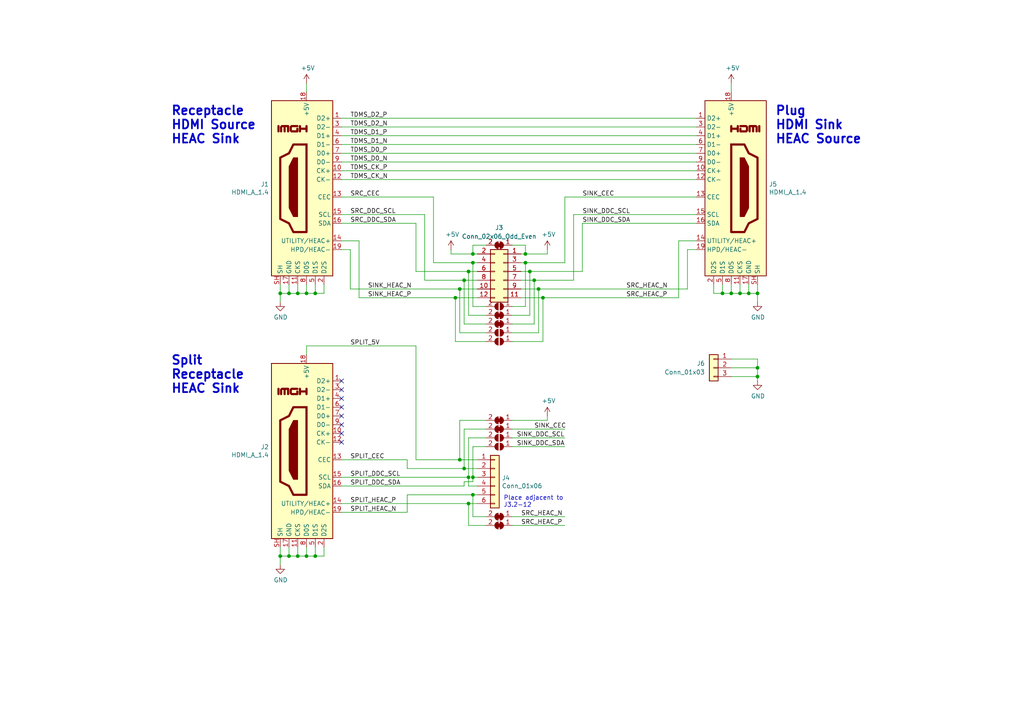
<source format=kicad_sch>
(kicad_sch (version 20211123) (generator eeschema)
  (paper "A4")
  (title_block (title "HDMI Trident") (date "2022-02-21") (rev "R1") (company "Design By: Ian Hartwig"))
  (lib_symbols
    (symbol "Connector:HDMI_A_1.4"
      (property "Reference" "J" (at -6.35 26.67 0))
      (property "Value" "HDMI_A_1.4" (at 10.16 26.67 0))
      (symbol "HDMI_A_1.4_0_0"
        (polyline (pts (xy 8.128 16.51) (xy 8.128 18.034)) (stroke (width 0.635)))
        (polyline (pts (xy 0 16.51) (xy 0 18.034) (xy 0 17.272) (xy 1.905 17.272) (xy 1.905 18.034) (xy 1.905 16.51)) (stroke (width 0.635)))
        (polyline (pts (xy 2.667 18.034) (xy 4.318 18.034) (xy 4.572 17.78) (xy 4.572 16.764) (xy 4.318 16.51) (xy 2.667 16.51) (xy 2.667 17.272)) (stroke (width 0.635)))
      )
      (symbol "HDMI_A_1.4_0_1"
        (rectangle (start -7.62 25.4) (end 10.16 -25.4) (stroke (width 0.254)) (fill (type background)))
        (polyline (pts (xy 2.54 8.89) (xy 3.81 8.89) (xy 5.08 6.35) (xy 5.08 -5.715) (xy 3.81 -8.255) (xy 2.54 -8.255) (xy 2.54 8.89)) (fill (type outline)))
        (polyline (pts (xy 5.334 16.51) (xy 5.334 18.034) (xy 6.35 18.034) (xy 6.35 16.51) (xy 6.35 18.034) (xy 7.112 18.034) (xy 7.366 17.78) (xy 7.366 16.51)) (stroke (width 0.635)))
        (polyline (pts (xy 0 12.7) (xy 0 -12.7) (xy 3.81 -12.7) (xy 5.08 -10.16) (xy 7.62 -8.89) (xy 7.62 8.89) (xy 5.08 10.16) (xy 3.81 12.7) (xy 0 12.7)) (stroke (width 0.635)))
      )
      (symbol "HDMI_A_1.4_1_1"
        (pin passive line (at -10.16 20.32 0) (length 2.54) (name "D2+") (number "1"))
        (pin passive line (at -10.16 5.08 0) (length 2.54) (name "CK+") (number "10"))
        (pin power_in line (at 2.54 -27.94 90) (length 2.54) (name "CKS") (number "11"))
        (pin passive line (at -10.16 2.54 0) (length 2.54) (name "CK-") (number "12"))
        (pin bidirectional line (at -10.16 -2.54 0) (length 2.54) (name "CEC") (number "13"))
        (pin passive line (at -10.16 -15.24 0) (length 2.54) (name "UTILITY/HEAC+") (number "14"))
        (pin passive line (at -10.16 -7.62 0) (length 2.54) (name "SCL") (number "15"))
        (pin bidirectional line (at -10.16 -10.16 0) (length 2.54) (name "SDA") (number "16"))
        (pin power_in line (at 5.08 -27.94 90) (length 2.54) (name "GND") (number "17"))
        (pin power_in line (at 0 27.94 270) (length 2.54) (name "+5V") (number "18"))
        (pin passive line (at -10.16 -17.78 0) (length 2.54) (name "HPD/HEAC-") (number "19"))
        (pin power_in line (at -5.08 -27.94 90) (length 2.54) (name "D2S") (number "2"))
        (pin passive line (at -10.16 17.78 0) (length 2.54) (name "D2-") (number "3"))
        (pin passive line (at -10.16 15.24 0) (length 2.54) (name "D1+") (number "4"))
        (pin power_in line (at -2.54 -27.94 90) (length 2.54) (name "D1S") (number "5"))
        (pin passive line (at -10.16 12.7 0) (length 2.54) (name "D1-") (number "6"))
        (pin passive line (at -10.16 10.16 0) (length 2.54) (name "D0+") (number "7"))
        (pin power_in line (at 0 -27.94 90) (length 2.54) (name "D0S") (number "8"))
        (pin passive line (at -10.16 7.62 0) (length 2.54) (name "D0-") (number "9"))
        (pin passive line (at 7.62 -27.94 90) (length 2.54) (name "SH") (number "SH"))
      )
    )
    (symbol "Connector_Generic:Conn_01x03" (pin_names (offset 1.016) hide)
      (property "Reference" "J" (at 0 5.08 0))
      (property "Value" "Conn_01x03" (at 0 -5.08 0))
      (symbol "Conn_01x03_1_1"
        (rectangle (start -1.27 -2.413) (end 0 -2.667) (stroke (width 0.1524)))
        (rectangle (start -1.27 0.127) (end 0 -0.127) (stroke (width 0.1524)))
        (rectangle (start -1.27 2.667) (end 0 2.413) (stroke (width 0.1524)))
        (rectangle (start -1.27 3.81) (end 1.27 -3.81) (stroke (width 0.254)) (fill (type background)))
        (pin passive line (at -5.08 2.54 0) (length 3.81) (name "Pin_1") (number "1"))
        (pin passive line (at -5.08 0 0) (length 3.81) (name "Pin_2") (number "2"))
        (pin passive line (at -5.08 -2.54 0) (length 3.81) (name "Pin_3") (number "3"))
      )
    )
    (symbol "Connector_Generic:Conn_01x06" (pin_names (offset 1.016) hide)
      (property "Reference" "J" (at 0 7.62 0))
      (property "Value" "Conn_01x06" (at 0 -10.16 0))
      (symbol "Conn_01x06_1_1"
        (rectangle (start -1.27 -7.493) (end 0 -7.747) (stroke (width 0.1524)))
        (rectangle (start -1.27 -4.953) (end 0 -5.207) (stroke (width 0.1524)))
        (rectangle (start -1.27 -2.413) (end 0 -2.667) (stroke (width 0.1524)))
        (rectangle (start -1.27 0.127) (end 0 -0.127) (stroke (width 0.1524)))
        (rectangle (start -1.27 2.667) (end 0 2.413) (stroke (width 0.1524)))
        (rectangle (start -1.27 5.207) (end 0 4.953) (stroke (width 0.1524)))
        (rectangle (start -1.27 6.35) (end 1.27 -8.89) (stroke (width 0.254)) (fill (type background)))
        (pin passive line (at -5.08 5.08 0) (length 3.81) (name "Pin_1") (number "1"))
        (pin passive line (at -5.08 2.54 0) (length 3.81) (name "Pin_2") (number "2"))
        (pin passive line (at -5.08 0 0) (length 3.81) (name "Pin_3") (number "3"))
        (pin passive line (at -5.08 -2.54 0) (length 3.81) (name "Pin_4") (number "4"))
        (pin passive line (at -5.08 -5.08 0) (length 3.81) (name "Pin_5") (number "5"))
        (pin passive line (at -5.08 -7.62 0) (length 3.81) (name "Pin_6") (number "6"))
      )
    )
    (symbol "Connector_Generic:Conn_02x06_Odd_Even" (pin_names (offset 1.016) hide)
      (property "Reference" "J" (at 1.27 7.62 0))
      (property "Value" "Conn_02x06_Odd_Even" (at 1.27 -10.16 0))
      (symbol "Conn_02x06_Odd_Even_1_1"
        (rectangle (start -1.27 -7.493) (end 0 -7.747) (stroke (width 0.1524)))
        (rectangle (start -1.27 -4.953) (end 0 -5.207) (stroke (width 0.1524)))
        (rectangle (start -1.27 -2.413) (end 0 -2.667) (stroke (width 0.1524)))
        (rectangle (start -1.27 0.127) (end 0 -0.127) (stroke (width 0.1524)))
        (rectangle (start -1.27 2.667) (end 0 2.413) (stroke (width 0.1524)))
        (rectangle (start -1.27 5.207) (end 0 4.953) (stroke (width 0.1524)))
        (rectangle (start -1.27 6.35) (end 3.81 -8.89) (stroke (width 0.254)) (fill (type background)))
        (rectangle (start 3.81 -7.493) (end 2.54 -7.747) (stroke (width 0.1524)))
        (rectangle (start 3.81 -4.953) (end 2.54 -5.207) (stroke (width 0.1524)))
        (rectangle (start 3.81 -2.413) (end 2.54 -2.667) (stroke (width 0.1524)))
        (rectangle (start 3.81 0.127) (end 2.54 -0.127) (stroke (width 0.1524)))
        (rectangle (start 3.81 2.667) (end 2.54 2.413) (stroke (width 0.1524)))
        (rectangle (start 3.81 5.207) (end 2.54 4.953) (stroke (width 0.1524)))
        (pin passive line (at -5.08 5.08 0) (length 3.81) (name "Pin_1") (number "1"))
        (pin passive line (at 7.62 -5.08 180) (length 3.81) (name "Pin_10") (number "10"))
        (pin passive line (at -5.08 -7.62 0) (length 3.81) (name "Pin_11") (number "11"))
        (pin passive line (at 7.62 -7.62 180) (length 3.81) (name "Pin_12") (number "12"))
        (pin passive line (at 7.62 5.08 180) (length 3.81) (name "Pin_2") (number "2"))
        (pin passive line (at -5.08 2.54 0) (length 3.81) (name "Pin_3") (number "3"))
        (pin passive line (at 7.62 2.54 180) (length 3.81) (name "Pin_4") (number "4"))
        (pin passive line (at -5.08 0 0) (length 3.81) (name "Pin_5") (number "5"))
        (pin passive line (at 7.62 0 180) (length 3.81) (name "Pin_6") (number "6"))
        (pin passive line (at -5.08 -2.54 0) (length 3.81) (name "Pin_7") (number "7"))
        (pin passive line (at 7.62 -2.54 180) (length 3.81) (name "Pin_8") (number "8"))
        (pin passive line (at -5.08 -5.08 0) (length 3.81) (name "Pin_9") (number "9"))
      )
    )
    (symbol "Jumper:SolderJumper_2_Bridged" (pin_names (offset 0) hide)
      (property "Reference" "JP" (at 0 2.032 0))
      (property "Value" "SolderJumper_2_Bridged" (at 0 -2.54 0))
      (symbol "SolderJumper_2_Bridged_0_1"
        (rectangle (start -0.508 0.508) (end 0.508 -0.508) (fill (type outline)))
        (arc (start -0.254 1.016) (mid -1.27 0) (end -0.254 -1.016))
        (arc (start -0.254 1.016) (mid -1.27 0) (end -0.254 -1.016) (fill (type outline)))
        (polyline (pts (xy -0.254 1.016) (xy -0.254 -1.016)))
        (polyline (pts (xy 0.254 1.016) (xy 0.254 -1.016)))
        (arc (start 0.254 -1.016) (mid 1.27 0) (end 0.254 1.016))
        (arc (start 0.254 -1.016) (mid 1.27 0) (end 0.254 1.016) (fill (type outline)))
      )
      (symbol "SolderJumper_2_Bridged_1_1"
        (pin passive line (at -3.81 0 0) (length 2.54) (name "A") (number "1"))
        (pin passive line (at 3.81 0 180) (length 2.54) (name "B") (number "2"))
      )
    )
    (symbol "Jumper:SolderJumper_2_Open" (pin_names (offset 0) hide)
      (property "Reference" "JP" (at 0 2.032 0))
      (property "Value" "SolderJumper_2_Open" (at 0 -2.54 0))
      (symbol "SolderJumper_2_Open_0_1"
        (arc (start -0.254 1.016) (mid -1.27 0) (end -0.254 -1.016))
        (arc (start -0.254 1.016) (mid -1.27 0) (end -0.254 -1.016) (fill (type outline)))
        (polyline (pts (xy -0.254 1.016) (xy -0.254 -1.016)))
        (polyline (pts (xy 0.254 1.016) (xy 0.254 -1.016)))
        (arc (start 0.254 -1.016) (mid 1.27 0) (end 0.254 1.016))
        (arc (start 0.254 -1.016) (mid 1.27 0) (end 0.254 1.016) (fill (type outline)))
      )
      (symbol "SolderJumper_2_Open_1_1"
        (pin passive line (at -3.81 0 0) (length 2.54) (name "A") (number "1"))
        (pin passive line (at 3.81 0 180) (length 2.54) (name "B") (number "2"))
      )
    )
    (symbol "power:+5V" (power) (pin_names (offset 0))
      (property "Value" "+5V" (at 0 3.556 0))
      (symbol "+5V_0_1"
        (polyline (pts (xy -0.762 1.27) (xy 0 2.54)))
        (polyline (pts (xy 0 0) (xy 0 2.54)))
        (polyline (pts (xy 0 2.54) (xy 0.762 1.27)))
      )
      (symbol "+5V_1_1"
        (pin power_in line (at 0 0 90) (length 0) hide (name "+5V") (number "1"))
      )
    )
    (symbol "power:GND" (power) (pin_names (offset 0))
      (property "Value" "GND" (at 0 -3.81 0))
      (symbol "GND_0_1"
        (polyline (pts (xy 0 0) (xy 0 -1.27) (xy 1.27 -1.27) (xy 0 -2.54) (xy -1.27 -1.27) (xy 0 -1.27)))
      )
      (symbol "GND_1_1"
        (pin power_in line (at 0 0 270) (length 0) hide (name "GND") (number "1"))
      )
    )
  )
  (junction (at 154.94 81.28))
  (junction (at 81.28 161.29))
  (junction (at 137.16 143.51))
  (junction (at 217.17 85.09))
  (junction (at 153.67 78.74))
  (junction (at 219.71 109.22))
  (junction (at 219.71 85.09))
  (junction (at 133.35 133.35))
  (junction (at 134.62 81.28))
  (junction (at 135.89 146.05))
  (junction (at 157.48 86.36))
  (junction (at 212.09 85.09))
  (junction (at 91.44 161.29))
  (junction (at 133.35 83.82))
  (junction (at 81.28 85.09))
  (junction (at 152.4 73.66))
  (junction (at 135.89 138.43))
  (junction (at 137.16 73.66))
  (junction (at 88.9 85.09))
  (junction (at 137.16 76.2))
  (junction (at 83.82 85.09))
  (junction (at 132.08 86.36))
  (junction (at 137.16 138.43))
  (junction (at 209.55 85.09))
  (junction (at 83.82 161.29))
  (junction (at 91.44 85.09))
  (junction (at 152.4 76.2))
  (junction (at 86.36 85.09))
  (junction (at 214.63 85.09))
  (junction (at 156.21 83.82))
  (junction (at 86.36 161.29))
  (junction (at 134.62 135.89))
  (junction (at 219.71 106.68))
  (junction (at 88.9 161.29))
  (junction (at 135.89 78.74))
  (no_connect (at 99.06 115.57))
  (no_connect (at 99.06 120.65))
  (no_connect (at 99.06 125.73))
  (no_connect (at 99.06 123.19))
  (no_connect (at 99.06 128.27))
  (no_connect (at 99.06 118.11))
  (no_connect (at 99.06 113.03))
  (no_connect (at 99.06 110.49))
  (wire (pts (xy 134.62 124.46) (xy 134.62 135.89)))
  (wire (pts (xy 214.63 85.09) (xy 212.09 85.09)))
  (wire (pts (xy 101.6 83.82) (xy 133.35 83.82)))
  (wire (pts (xy 152.4 71.12) (xy 152.4 73.66)))
  (wire (pts (xy 118.11 148.59) (xy 118.11 143.51)))
  (wire (pts (xy 93.98 161.29) (xy 93.98 158.75)))
  (wire (pts (xy 166.37 62.23) (xy 166.37 81.28)))
  (wire (pts (xy 163.83 76.2) (xy 163.83 57.15)))
  (wire (pts (xy 152.4 88.9) (xy 152.4 76.2)))
  (wire (pts (xy 86.36 161.29) (xy 86.36 158.75)))
  (wire (pts (xy 132.08 86.36) (xy 104.14 86.36)))
  (wire (pts (xy 138.43 76.2) (xy 137.16 76.2)))
  (wire (pts (xy 91.44 161.29) (xy 93.98 161.29)))
  (wire (pts (xy 86.36 161.29) (xy 88.9 161.29)))
  (wire (pts (xy 209.55 85.09) (xy 207.01 85.09)))
  (wire (pts (xy 120.65 64.77) (xy 120.65 78.74)))
  (wire (pts (xy 152.4 76.2) (xy 163.83 76.2)))
  (wire (pts (xy 137.16 143.51) (xy 138.43 143.51)))
  (wire (pts (xy 88.9 161.29) (xy 88.9 158.75)))
  (wire (pts (xy 153.67 91.44) (xy 153.67 78.74)))
  (wire (pts (xy 81.28 163.83) (xy 81.28 161.29)))
  (wire (pts (xy 154.94 93.98) (xy 154.94 81.28)))
  (wire (pts (xy 137.16 88.9) (xy 137.16 76.2)))
  (wire (pts (xy 120.65 100.33) (xy 88.9 100.33)))
  (wire (pts (xy 133.35 96.52) (xy 133.35 83.82)))
  (wire (pts (xy 118.11 135.89) (xy 134.62 135.89)))
  (wire (pts (xy 101.6 83.82) (xy 101.6 72.39)))
  (wire (pts (xy 151.13 76.2) (xy 152.4 76.2)))
  (wire (pts (xy 156.21 83.82) (xy 199.39 83.82)))
  (wire (pts (xy 99.06 146.05) (xy 135.89 146.05)))
  (wire (pts (xy 219.71 110.49) (xy 219.71 109.22)))
  (wire (pts (xy 201.93 52.07) (xy 99.06 52.07)))
  (wire (pts (xy 137.16 138.43) (xy 138.43 138.43)))
  (wire (pts (xy 140.97 124.46) (xy 134.62 124.46)))
  (wire (pts (xy 217.17 85.09) (xy 214.63 85.09)))
  (wire (pts (xy 99.06 140.97) (xy 134.62 140.97)))
  (wire (pts (xy 88.9 85.09) (xy 88.9 82.55)))
  (wire (pts (xy 196.85 69.85) (xy 201.93 69.85)))
  (wire (pts (xy 148.59 88.9) (xy 152.4 88.9)))
  (wire (pts (xy 83.82 161.29) (xy 86.36 161.29)))
  (wire (pts (xy 153.67 78.74) (xy 168.91 78.74)))
  (wire (pts (xy 148.59 124.46) (xy 163.83 124.46)))
  (wire (pts (xy 154.94 81.28) (xy 166.37 81.28)))
  (wire (pts (xy 158.75 120.65) (xy 158.75 121.92)))
  (wire (pts (xy 135.89 146.05) (xy 138.43 146.05)))
  (wire (pts (xy 99.06 64.77) (xy 120.65 64.77)))
  (wire (pts (xy 137.16 129.54) (xy 137.16 138.43)))
  (wire (pts (xy 212.09 85.09) (xy 212.09 82.55)))
  (wire (pts (xy 140.97 88.9) (xy 137.16 88.9)))
  (wire (pts (xy 138.43 81.28) (xy 134.62 81.28)))
  (wire (pts (xy 219.71 109.22) (xy 219.71 106.68)))
  (wire (pts (xy 148.59 121.92) (xy 158.75 121.92)))
  (wire (pts (xy 135.89 152.4) (xy 135.89 146.05)))
  (wire (pts (xy 137.16 138.43) (xy 137.16 139.7)))
  (wire (pts (xy 138.43 86.36) (xy 132.08 86.36)))
  (wire (pts (xy 135.89 91.44) (xy 135.89 78.74)))
  (wire (pts (xy 135.89 127) (xy 135.89 138.43)))
  (wire (pts (xy 140.97 121.92) (xy 133.35 121.92)))
  (wire (pts (xy 148.59 96.52) (xy 156.21 96.52)))
  (wire (pts (xy 212.09 104.14) (xy 219.71 104.14)))
  (wire (pts (xy 99.06 138.43) (xy 135.89 138.43)))
  (wire (pts (xy 137.16 76.2) (xy 125.73 76.2)))
  (wire (pts (xy 199.39 83.82) (xy 199.39 72.39)))
  (wire (pts (xy 140.97 93.98) (xy 134.62 93.98)))
  (wire (pts (xy 201.93 36.83) (xy 99.06 36.83)))
  (wire (pts (xy 140.97 149.86) (xy 137.16 149.86)))
  (wire (pts (xy 99.06 148.59) (xy 118.11 148.59)))
  (wire (pts (xy 219.71 87.63) (xy 219.71 85.09)))
  (wire (pts (xy 168.91 78.74) (xy 168.91 64.77)))
  (wire (pts (xy 134.62 93.98) (xy 134.62 81.28)))
  (wire (pts (xy 99.06 34.29) (xy 201.93 34.29)))
  (wire (pts (xy 104.14 86.36) (xy 104.14 69.85)))
  (wire (pts (xy 207.01 85.09) (xy 207.01 82.55)))
  (wire (pts (xy 219.71 85.09) (xy 217.17 85.09)))
  (wire (pts (xy 219.71 104.14) (xy 219.71 106.68)))
  (wire (pts (xy 125.73 76.2) (xy 125.73 57.15)))
  (wire (pts (xy 199.39 72.39) (xy 201.93 72.39)))
  (wire (pts (xy 99.06 44.45) (xy 201.93 44.45)))
  (wire (pts (xy 135.89 140.97) (xy 135.89 138.43)))
  (wire (pts (xy 137.16 73.66) (xy 130.81 73.66)))
  (wire (pts (xy 88.9 24.13) (xy 88.9 26.67)))
  (wire (pts (xy 88.9 161.29) (xy 91.44 161.29)))
  (wire (pts (xy 91.44 85.09) (xy 91.44 82.55)))
  (wire (pts (xy 81.28 85.09) (xy 81.28 82.55)))
  (wire (pts (xy 99.06 49.53) (xy 201.93 49.53)))
  (wire (pts (xy 83.82 85.09) (xy 81.28 85.09)))
  (wire (pts (xy 91.44 85.09) (xy 93.98 85.09)))
  (wire (pts (xy 140.97 71.12) (xy 137.16 71.12)))
  (wire (pts (xy 88.9 100.33) (xy 88.9 102.87)))
  (wire (pts (xy 148.59 99.06) (xy 157.48 99.06)))
  (wire (pts (xy 158.75 73.66) (xy 158.75 72.39)))
  (wire (pts (xy 134.62 139.7) (xy 134.62 140.97)))
  (wire (pts (xy 140.97 152.4) (xy 135.89 152.4)))
  (wire (pts (xy 166.37 62.23) (xy 201.93 62.23)))
  (wire (pts (xy 154.94 81.28) (xy 151.13 81.28)))
  (wire (pts (xy 140.97 91.44) (xy 135.89 91.44)))
  (wire (pts (xy 148.59 149.86) (xy 163.83 149.86)))
  (wire (pts (xy 148.59 152.4) (xy 163.83 152.4)))
  (wire (pts (xy 217.17 85.09) (xy 217.17 82.55)))
  (wire (pts (xy 86.36 85.09) (xy 88.9 85.09)))
  (wire (pts (xy 201.93 41.91) (xy 99.06 41.91)))
  (wire (pts (xy 157.48 86.36) (xy 151.13 86.36)))
  (wire (pts (xy 219.71 106.68) (xy 212.09 106.68)))
  (wire (pts (xy 214.63 85.09) (xy 214.63 82.55)))
  (wire (pts (xy 148.59 93.98) (xy 154.94 93.98)))
  (wire (pts (xy 196.85 86.36) (xy 157.48 86.36)))
  (wire (pts (xy 120.65 78.74) (xy 135.89 78.74)))
  (wire (pts (xy 125.73 57.15) (xy 99.06 57.15)))
  (wire (pts (xy 83.82 161.29) (xy 83.82 158.75)))
  (wire (pts (xy 137.16 139.7) (xy 134.62 139.7)))
  (wire (pts (xy 212.09 24.13) (xy 212.09 26.67)))
  (wire (pts (xy 140.97 99.06) (xy 132.08 99.06)))
  (wire (pts (xy 137.16 149.86) (xy 137.16 143.51)))
  (wire (pts (xy 212.09 109.22) (xy 219.71 109.22)))
  (wire (pts (xy 157.48 99.06) (xy 157.48 86.36)))
  (wire (pts (xy 99.06 69.85) (xy 104.14 69.85)))
  (wire (pts (xy 83.82 82.55) (xy 83.82 85.09)))
  (wire (pts (xy 132.08 99.06) (xy 132.08 86.36)))
  (wire (pts (xy 81.28 161.29) (xy 83.82 161.29)))
  (wire (pts (xy 99.06 39.37) (xy 201.93 39.37)))
  (wire (pts (xy 209.55 85.09) (xy 209.55 82.55)))
  (wire (pts (xy 99.06 62.23) (xy 123.19 62.23)))
  (wire (pts (xy 86.36 85.09) (xy 86.36 82.55)))
  (wire (pts (xy 93.98 85.09) (xy 93.98 82.55)))
  (wire (pts (xy 148.59 71.12) (xy 152.4 71.12)))
  (wire (pts (xy 152.4 73.66) (xy 158.75 73.66)))
  (wire (pts (xy 196.85 86.36) (xy 196.85 69.85)))
  (wire (pts (xy 101.6 72.39) (xy 99.06 72.39)))
  (wire (pts (xy 138.43 133.35) (xy 133.35 133.35)))
  (wire (pts (xy 201.93 46.99) (xy 99.06 46.99)))
  (wire (pts (xy 118.11 133.35) (xy 118.11 135.89)))
  (wire (pts (xy 91.44 161.29) (xy 91.44 158.75)))
  (wire (pts (xy 168.91 64.77) (xy 201.93 64.77)))
  (wire (pts (xy 133.35 83.82) (xy 138.43 83.82)))
  (wire (pts (xy 151.13 73.66) (xy 152.4 73.66)))
  (wire (pts (xy 133.35 121.92) (xy 133.35 133.35)))
  (wire (pts (xy 151.13 78.74) (xy 153.67 78.74)))
  (wire (pts (xy 123.19 62.23) (xy 123.19 81.28)))
  (wire (pts (xy 81.28 87.63) (xy 81.28 85.09)))
  (wire (pts (xy 137.16 71.12) (xy 137.16 73.66)))
  (wire (pts (xy 140.97 127) (xy 135.89 127)))
  (wire (pts (xy 135.89 78.74) (xy 138.43 78.74)))
  (wire (pts (xy 83.82 85.09) (xy 86.36 85.09)))
  (wire (pts (xy 133.35 133.35) (xy 120.65 133.35)))
  (wire (pts (xy 219.71 85.09) (xy 219.71 82.55)))
  (wire (pts (xy 151.13 83.82) (xy 156.21 83.82)))
  (wire (pts (xy 148.59 129.54) (xy 163.83 129.54)))
  (wire (pts (xy 156.21 96.52) (xy 156.21 83.82)))
  (wire (pts (xy 148.59 127) (xy 163.83 127)))
  (wire (pts (xy 212.09 85.09) (xy 209.55 85.09)))
  (wire (pts (xy 148.59 91.44) (xy 153.67 91.44)))
  (wire (pts (xy 163.83 57.15) (xy 201.93 57.15)))
  (wire (pts (xy 134.62 135.89) (xy 138.43 135.89)))
  (wire (pts (xy 120.65 133.35) (xy 120.65 100.33)))
  (wire (pts (xy 140.97 96.52) (xy 133.35 96.52)))
  (wire (pts (xy 88.9 85.09) (xy 91.44 85.09)))
  (wire (pts (xy 81.28 161.29) (xy 81.28 158.75)))
  (wire (pts (xy 138.43 140.97) (xy 135.89 140.97)))
  (wire (pts (xy 138.43 73.66) (xy 137.16 73.66)))
  (wire (pts (xy 134.62 81.28) (xy 123.19 81.28)))
  (wire (pts (xy 140.97 129.54) (xy 137.16 129.54)))
  (wire (pts (xy 99.06 133.35) (xy 118.11 133.35)))
  (wire (pts (xy 130.81 73.66) (xy 130.81 72.39)))
  (wire (pts (xy 118.11 143.51) (xy 137.16 143.51)))
  (text "Place adjacent to\nJ3.2-12" (at 146.05 147.32 0) (effects (font (size 1.27 1.27)) (justify left bottom)))
  (text "Receptacle\nHDMI Source\nHEAC Sink" (at 49.53 41.91 0) (effects (font (size 2.54 2.54) (thickness 0.508) bold) (justify left bottom)))
  (text "Plug\nHDMI Sink\nHEAC Source" (at 224.79 41.91 0) (effects (font (size 2.54 2.54) (thickness 0.508) bold) (justify left bottom)))
  (text "Split\nReceptacle\nHEAC Sink" (at 49.53 114.3 0) (effects (font (size 2.54 2.54) (thickness 0.508) bold) (justify left bottom)))
  (label "SRC_HEAC_P" (at 181.61 86.36 0))
  (label "SRC_DDC_SCL" (at 101.6 62.23 0))
  (label "TDMS_D0_P" (at 101.6 44.45 0))
  (label "SPLIT_DDC_SCL" (at 101.6 138.43 0))
  (label "TDMS_D1_P" (at 101.6 39.37 0))
  (label "TDMS_D2_N" (at 101.6 36.83 0))
  (label "SPLIT_HEAC_P" (at 101.6 146.05 0))
  (label "SRC_HEAC_N" (at 151.13 149.86 0))
  (label "TDMS_D1_N" (at 101.6 41.91 0))
  (label "SPLIT_DDC_SDA" (at 101.6 140.97 0))
  (label "SPLIT_HEAC_N" (at 101.6 148.59 0))
  (label "SRC_DDC_SDA" (at 101.6 64.77 0))
  (label "SINK_DDC_SDA" (at 168.91 64.77 0))
  (label "SPLIT_CEC" (at 101.6 133.35 0))
  (label "SINK_CEC" (at 168.91 57.15 0))
  (label "SINK_HEAC_P" (at 106.68 86.36 0))
  (label "TDMS_D2_P" (at 101.6 34.29 0))
  (label "SINK_DDC_SCL" (at 149.86 127 0))
  (label "SINK_HEAC_N" (at 106.68 83.82 0))
  (label "SRC_HEAC_N" (at 181.61 83.82 0))
  (label "TDMS_CK_P" (at 101.6 49.53 0))
  (label "SINK_DDC_SDA" (at 149.86 129.54 0))
  (label "SINK_DDC_SCL" (at 168.91 62.23 0))
  (label "TDMS_CK_N" (at 101.6 52.07 0))
  (label "TDMS_D0_N" (at 101.6 46.99 0))
  (label "SPLIT_5V" (at 101.6 100.33 0))
  (label "SINK_CEC" (at 154.94 124.46 0))
  (label "SRC_CEC" (at 101.6 57.15 0))
  (label "SRC_HEAC_P" (at 151.13 152.4 0))
  (symbol (lib_id "Connector:HDMI_A_1.4") (at 212.09 54.61 0) (unit 1)
    (property "Reference" "J5" (at 223.012 53.4416 0) (effects (justify left)))
    (property "Value" "HDMI_A_1.4" (at 223.012 55.753 0) (effects (justify left)))
    (property "Footprint" "hdmi-trident-special:HDMI_A_Plug_Horizontal_EdgeMount" (effects hide))
    (property "Datasheet" "https://en.wikipedia.org/wiki/HDMI" (effects hide))
  )
  (symbol (lib_id "Connector:HDMI_A_1.4") (at 88.9 54.61 0) (mirror y) (unit 1)
    (property "Reference" "J1" (at 78.0034 53.4416 0) (effects (justify left)))
    (property "Value" "HDMI_A_1.4" (at 78.0034 55.753 0) (effects (justify left)))
    (property "Footprint" "hdmi-trident-special:HDMI_A_Rcpt_Vert_3Post" (effects hide))
    (property "Datasheet" "https://en.wikipedia.org/wiki/HDMI" (effects hide))
  )
  (symbol (lib_id "Connector:HDMI_A_1.4") (at 88.9 130.81 0) (mirror y) (unit 1)
    (property "Reference" "J2" (at 78.0034 129.6416 0) (effects (justify left)))
    (property "Value" "HDMI_A_1.4" (at 78.0034 131.953 0) (effects (justify left)))
    (property "Footprint" "hdmi-trident-special:HDMI_A_Rcpt_Vert_3Post" (effects hide))
    (property "Datasheet" "https://en.wikipedia.org/wiki/HDMI" (effects hide))
  )
  (symbol (lib_id "power:GND") (at 81.28 87.63 0) (unit 1)
    (property "Reference" "#PWR0101" (effects hide))
    (property "Value" "GND" (at 81.407 92.0242 0))
  )
  (symbol (lib_id "power:GND") (at 81.28 163.83 0) (unit 1)
    (property "Reference" "#PWR0102" (effects hide))
    (property "Value" "GND" (at 81.407 168.2242 0))
  )
  (symbol (lib_id "power:GND") (at 219.71 87.63 0) (unit 1)
    (property "Reference" "#PWR0103" (effects hide))
    (property "Value" "GND" (at 219.837 92.0242 0))
  )
  (symbol (lib_id "Connector_Generic:Conn_01x06") (at 143.51 138.43 0) (unit 1)
    (property "Reference" "J4" (at 145.542 138.6332 0) (effects (justify left)))
    (property "Value" "Conn_01x06" (at 145.542 140.9446 0) (effects (justify left)))
    (property "Footprint" "Connector_PinHeader_2.54mm:PinHeader_1x06_P2.54mm_Vertical" (effects hide))
  )
  (symbol (lib_id "power:+5V") (at 88.9 24.13 0) (unit 1)
    (property "Reference" "#PWR0104" (effects hide))
    (property "Value" "+5V" (at 89.281 19.7358 0))
  )
  (symbol (lib_id "power:+5V") (at 212.09 24.13 0) (unit 1)
    (property "Reference" "#PWR0105" (effects hide))
    (property "Value" "+5V" (at 212.471 19.7358 0))
  )
  (symbol (lib_id "power:+5V") (at 130.81 72.39 0) (unit 1)
    (property "Reference" "#PWR0106" (effects hide))
    (property "Value" "+5V" (at 131.191 67.9958 0))
  )
  (symbol (lib_id "power:+5V") (at 158.75 72.39 0) (unit 1)
    (property "Reference" "#PWR0107" (effects hide))
    (property "Value" "+5V" (at 159.131 67.9958 0))
  )
  (symbol (lib_id "Connector_Generic:Conn_02x06_Odd_Even") (at 146.05 78.74 0) (mirror y) (unit 1)
    (property "Reference" "J3" (at 144.78 66.04 0))
    (property "Value" "Conn_02x06_Odd_Even" (at 144.78 68.58 0))
    (property "Footprint" "Connector_PinHeader_2.54mm:PinHeader_2x06_P2.54mm_Vertical" (effects hide))
  )
  (symbol (lib_id "Jumper:SolderJumper_2_Open") (at 144.78 129.54 180) (unit 1)
    (property "Reference" "JP10" (effects hide))
    (property "Value" "SolderJumper_2_Open" (effects hide))
    (property "Footprint" "Jumper:SolderJumper-2_P1.3mm_Open_RoundedPad1.0x1.5mm" (effects hide))
  )
  (symbol (lib_id "Jumper:SolderJumper_2_Bridged") (at 144.78 124.46 180) (unit 1)
    (property "Reference" "JP8" (effects hide))
    (property "Value" "SolderJumper_2_Bridged" (effects hide))
    (property "Footprint" "Jumper:SolderJumper-2_P1.3mm_Bridged_RoundedPad1.0x1.5mm" (effects hide))
  )
  (symbol (lib_id "Jumper:SolderJumper_2_Bridged") (at 144.78 121.92 180) (unit 1)
    (property "Reference" "JP7" (effects hide))
    (property "Value" "SolderJumper_2_Bridged" (effects hide))
    (property "Footprint" "Jumper:SolderJumper-2_P1.3mm_Bridged_RoundedPad1.0x1.5mm" (effects hide))
  )
  (symbol (lib_id "power:+5V") (at 158.75 120.65 0) (unit 1)
    (property "Reference" "#PWR0108" (effects hide))
    (property "Value" "+5V" (at 159.131 116.2558 0))
  )
  (symbol (lib_id "Jumper:SolderJumper_2_Bridged") (at 144.78 152.4 180) (unit 1)
    (property "Reference" "JP12" (effects hide))
    (property "Value" "SolderJumper_2_Bridged" (effects hide))
    (property "Footprint" "Jumper:SolderJumper-2_P1.3mm_Bridged_RoundedPad1.0x1.5mm" (effects hide))
  )
  (symbol (lib_id "Connector_Generic:Conn_01x03") (at 207.01 106.68 0) (mirror y) (unit 1)
    (property "Reference" "J6" (at 204.47 105.4099 0) (effects (justify left)))
    (property "Value" "Conn_01x03" (at 204.47 107.9499 0) (effects (justify left)))
    (property "Footprint" "Connector_PinSocket_2.54mm:PinSocket_1x03_P2.54mm_Vertical" (effects hide))
  )
  (symbol (lib_id "Jumper:SolderJumper_2_Open") (at 144.78 99.06 180) (unit 1)
    (property "Reference" "JP6" (effects hide))
    (property "Value" "SolderJumper_2_Open" (effects hide))
    (property "Footprint" "Jumper:SolderJumper-2_P1.3mm_Open_RoundedPad1.0x1.5mm" (effects hide))
  )
  (symbol (lib_id "Jumper:SolderJumper_2_Bridged") (at 144.78 149.86 180) (unit 1)
    (property "Reference" "JP11" (effects hide))
    (property "Value" "SolderJumper_2_Bridged" (effects hide))
    (property "Footprint" "Jumper:SolderJumper-2_P1.3mm_Bridged_RoundedPad1.0x1.5mm" (effects hide))
  )
  (symbol (lib_id "Jumper:SolderJumper_2_Bridged") (at 144.78 71.12 180) (unit 1)
    (property "Reference" "JP1" (effects hide))
    (property "Value" "SolderJumper_2_Bridged" (effects hide))
    (property "Footprint" "Jumper:SolderJumper-2_P1.3mm_Bridged_RoundedPad1.0x1.5mm" (effects hide))
  )
  (symbol (lib_id "Jumper:SolderJumper_2_Bridged") (at 144.78 93.98 180) (unit 1)
    (property "Reference" "JP4" (effects hide))
    (property "Value" "SolderJumper_2_Bridged" (effects hide))
    (property "Footprint" "Jumper:SolderJumper-2_P1.3mm_Bridged_RoundedPad1.0x1.5mm" (effects hide))
  )
  (symbol (lib_id "power:GND") (at 219.71 110.49 0) (unit 1)
    (property "Reference" "#PWR0109" (effects hide))
    (property "Value" "GND" (at 219.837 114.8842 0))
  )
  (symbol (lib_id "Jumper:SolderJumper_2_Open") (at 144.78 127 180) (unit 1)
    (property "Reference" "JP9" (effects hide))
    (property "Value" "SolderJumper_2_Open" (effects hide))
    (property "Footprint" "Jumper:SolderJumper-2_P1.3mm_Open_RoundedPad1.0x1.5mm" (effects hide))
  )
  (symbol (lib_id "Jumper:SolderJumper_2_Open") (at 144.78 88.9 180) (unit 1)
    (property "Reference" "JP2" (effects hide))
    (property "Value" "SolderJumper_2_Open" (effects hide))
    (property "Footprint" "Jumper:SolderJumper-2_P1.3mm_Open_RoundedPad1.0x1.5mm" (effects hide))
  )
  (symbol (lib_id "Jumper:SolderJumper_2_Bridged") (at 144.78 91.44 180) (unit 1)
    (property "Reference" "JP3" (effects hide))
    (property "Value" "SolderJumper_2_Bridged" (effects hide))
    (property "Footprint" "Jumper:SolderJumper-2_P1.3mm_Bridged_RoundedPad1.0x1.5mm" (effects hide))
  )
  (symbol (lib_id "Jumper:SolderJumper_2_Open") (at 144.78 96.52 180) (unit 1)
    (property "Reference" "JP5" (effects hide))
    (property "Value" "SolderJumper_2_Open" (effects hide))
    (property "Footprint" "Jumper:SolderJumper-2_P1.3mm_Open_RoundedPad1.0x1.5mm" (effects hide))
  )
)
</source>
